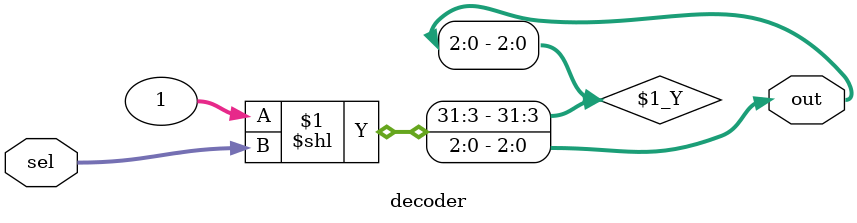
<source format=v>
module decoder(input wire [1:0]sel,
					output wire [2:0]out);

assign out = 1 << sel;
endmodule 
</source>
